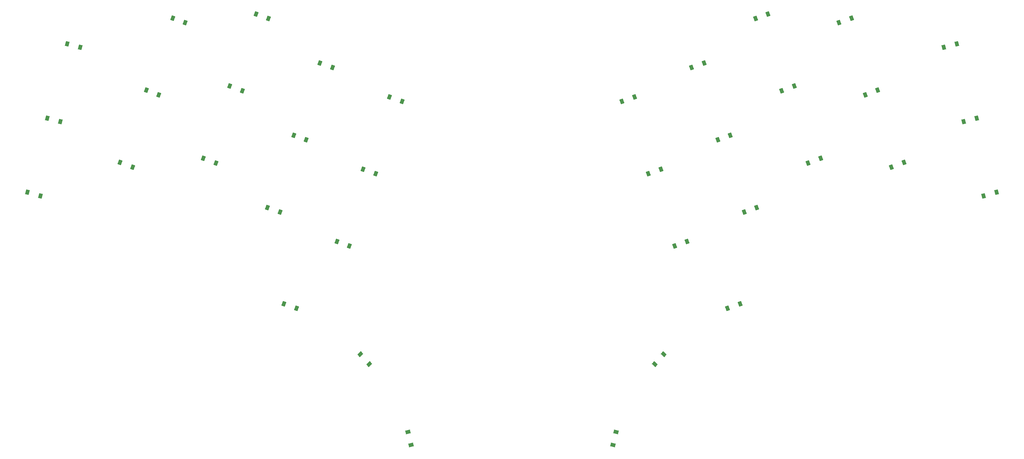
<source format=gbr>
%TF.GenerationSoftware,KiCad,Pcbnew,(6.0.10)*%
%TF.CreationDate,2024-09-29T17:33:22+02:00*%
%TF.ProjectId,blavinge,626c6176-696e-4676-952e-6b696361645f,v1.0.0*%
%TF.SameCoordinates,Original*%
%TF.FileFunction,Paste,Top*%
%TF.FilePolarity,Positive*%
%FSLAX46Y46*%
G04 Gerber Fmt 4.6, Leading zero omitted, Abs format (unit mm)*
G04 Created by KiCad (PCBNEW (6.0.10)) date 2024-09-29 17:33:22*
%MOMM*%
%LPD*%
G01*
G04 APERTURE LIST*
G04 Aperture macros list*
%AMRotRect*
0 Rectangle, with rotation*
0 The origin of the aperture is its center*
0 $1 length*
0 $2 width*
0 $3 Rotation angle, in degrees counterclockwise*
0 Add horizontal line*
21,1,$1,$2,0,0,$3*%
G04 Aperture macros list end*
%ADD10RotRect,0.900000X1.200000X345.000000*%
%ADD11RotRect,0.900000X1.200000X340.000000*%
%ADD12RotRect,0.900000X1.200000X312.000000*%
%ADD13RotRect,0.900000X1.200000X284.000000*%
%ADD14RotRect,0.900000X1.200000X15.000000*%
%ADD15RotRect,0.900000X1.200000X20.000000*%
%ADD16RotRect,0.900000X1.200000X48.000000*%
%ADD17RotRect,0.900000X1.200000X76.000000*%
G04 APERTURE END LIST*
D10*
%TO.C,D1*%
X45853378Y-138499937D03*
X49040934Y-139354039D03*
%TD*%
%TO.C,D2*%
X50770946Y-120147351D03*
X53958502Y-121001453D03*
%TD*%
%TO.C,D3*%
X55688503Y-101794764D03*
X58876059Y-102648866D03*
%TD*%
D11*
%TO.C,D4*%
X68722747Y-131122925D03*
X71823733Y-132251591D03*
%TD*%
%TO.C,D5*%
X75221124Y-113268772D03*
X78322110Y-114397438D03*
%TD*%
%TO.C,D6*%
X81719513Y-95414607D03*
X84820499Y-96543273D03*
%TD*%
%TO.C,D7*%
X89313061Y-130103773D03*
X92414047Y-131232439D03*
%TD*%
%TO.C,D8*%
X95811445Y-112249603D03*
X98912431Y-113378269D03*
%TD*%
%TO.C,D9*%
X102309831Y-94395458D03*
X105410817Y-95524124D03*
%TD*%
%TO.C,D10*%
X105115091Y-142240316D03*
X108216077Y-143368982D03*
%TD*%
%TO.C,D11*%
X111613480Y-124386152D03*
X114714466Y-125514818D03*
%TD*%
%TO.C,D12*%
X118111863Y-106531992D03*
X121212849Y-107660658D03*
%TD*%
%TO.C,D13*%
X122285213Y-150618096D03*
X125386199Y-151746762D03*
%TD*%
%TO.C,D14*%
X128783610Y-132763925D03*
X131884596Y-133892591D03*
%TD*%
%TO.C,D15*%
X135281974Y-114909767D03*
X138382960Y-116038433D03*
%TD*%
%TO.C,D16*%
X109208987Y-166078118D03*
X112309973Y-167206784D03*
%TD*%
D12*
%TO.C,D17*%
X128049287Y-178479649D03*
X130257419Y-180932027D03*
%TD*%
D13*
%TO.C,D18*%
X139823316Y-197763433D03*
X140621658Y-200965409D03*
%TD*%
D14*
%TO.C,D19*%
X282029685Y-139354037D03*
X285217241Y-138499935D03*
%TD*%
%TO.C,D20*%
X277112123Y-121001455D03*
X280299679Y-120147353D03*
%TD*%
%TO.C,D21*%
X272194540Y-102648867D03*
X275382096Y-101794765D03*
%TD*%
D15*
%TO.C,D22*%
X259246886Y-132251617D03*
X262347872Y-131122951D03*
%TD*%
%TO.C,D23*%
X252748506Y-114397441D03*
X255849492Y-113268775D03*
%TD*%
%TO.C,D24*%
X246250118Y-96543290D03*
X249351104Y-95414624D03*
%TD*%
%TO.C,D25*%
X238656555Y-131232452D03*
X241757541Y-130103786D03*
%TD*%
%TO.C,D26*%
X232158174Y-113378280D03*
X235259160Y-112249614D03*
%TD*%
%TO.C,D27*%
X225659811Y-95524126D03*
X228760797Y-94395460D03*
%TD*%
%TO.C,D28*%
X222854528Y-143368983D03*
X225955514Y-142240317D03*
%TD*%
%TO.C,D29*%
X216356140Y-125514827D03*
X219457126Y-124386161D03*
%TD*%
%TO.C,D30*%
X209857771Y-107660658D03*
X212958757Y-106531992D03*
%TD*%
%TO.C,D31*%
X205684415Y-151746738D03*
X208785401Y-150618072D03*
%TD*%
%TO.C,D32*%
X199186020Y-133892598D03*
X202287006Y-132763932D03*
%TD*%
%TO.C,D33*%
X192687639Y-116038433D03*
X195788625Y-114909767D03*
%TD*%
%TO.C,D34*%
X218760652Y-167206777D03*
X221861638Y-166078111D03*
%TD*%
D16*
%TO.C,D35*%
X200813204Y-180932018D03*
X203021336Y-178479640D03*
%TD*%
D17*
%TO.C,D36*%
X190448961Y-200965415D03*
X191247303Y-197763439D03*
%TD*%
M02*

</source>
